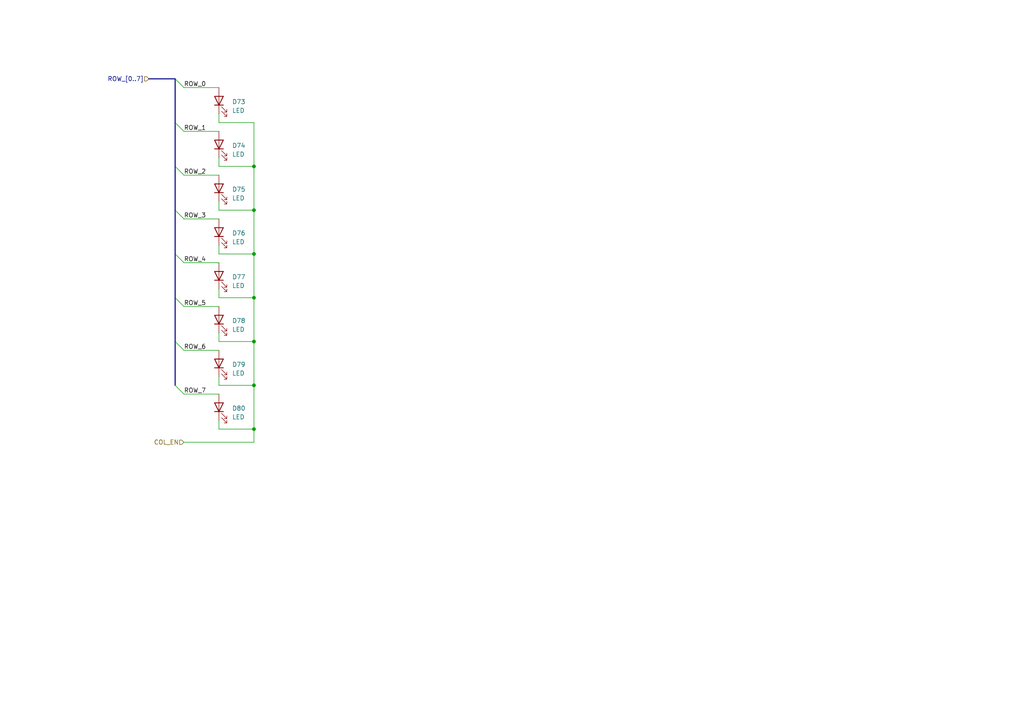
<source format=kicad_sch>
(kicad_sch (version 20231120) (generator "eeschema") (generator_version "8.0")
  (paper "A4")
  (lib_symbols
    (symbol "Device:LED" (pin_numbers hide) (pin_names (offset 1.016) hide)
      (property "Reference" "D" (at 0 2.54 0))
      (property "Value" "LED" (at 0 -2.54 0))
      (symbol "LED_0_1"
        (polyline (pts (xy -1.27 -1.27) (xy -1.27 1.27)) (stroke (width 0.254)))
        (polyline (pts (xy -1.27 0) (xy 1.27 0)))
        (polyline (pts (xy 1.27 -1.27) (xy 1.27 1.27) (xy -1.27 0) (xy 1.27 -1.27)) (stroke (width 0.254)))
        (polyline (pts (xy -3.048 -0.762) (xy -4.572 -2.286) (xy -3.81 -2.286) (xy -4.572 -2.286) (xy -4.572 -1.524)))
        (polyline (pts (xy -1.778 -0.762) (xy -3.302 -2.286) (xy -2.54 -2.286) (xy -3.302 -2.286) (xy -3.302 -1.524)))
      )
      (symbol "LED_1_1"
        (pin passive line (at -3.81 0 0) (length 2.54) (name "K") (number "1"))
        (pin passive line (at 3.81 0 180) (length 2.54) (name "A") (number "2"))
      )
    )
  )
  (junction (at 73.66 73.66))
  (junction (at 73.66 111.76))
  (junction (at 73.66 124.46))
  (junction (at 73.66 99.06))
  (junction (at 73.66 48.26))
  (junction (at 73.66 86.36))
  (junction (at 73.66 60.96))
  (bus_entry (at 50.8 99.06) (size 2.54 2.54))
  (bus_entry (at 50.8 60.96) (size 2.54 2.54))
  (bus_entry (at 50.8 35.56) (size 2.54 2.54))
  (bus_entry (at 50.8 22.86) (size 2.54 2.54))
  (bus_entry (at 50.8 73.66) (size 2.54 2.54))
  (bus_entry (at 50.8 111.76) (size 2.54 2.54))
  (bus_entry (at 50.8 48.26) (size 2.54 2.54))
  (bus_entry (at 50.8 86.36) (size 2.54 2.54))
  (wire (pts (xy 53.34 88.9) (xy 63.5 88.9)))
  (bus (pts (xy 50.8 86.36) (xy 50.8 73.66)))
  (wire (pts (xy 53.34 114.3) (xy 63.5 114.3)))
  (wire (pts (xy 63.5 73.66) (xy 73.66 73.66)))
  (bus (pts (xy 50.8 35.56) (xy 50.8 22.86)))
  (bus (pts (xy 50.8 111.76) (xy 50.8 99.06)))
  (wire (pts (xy 73.66 99.06) (xy 73.66 86.36)))
  (wire (pts (xy 73.66 111.76) (xy 73.66 99.06)))
  (wire (pts (xy 73.66 35.56) (xy 63.5 35.56)))
  (wire (pts (xy 63.5 111.76) (xy 73.66 111.76)))
  (wire (pts (xy 63.5 124.46) (xy 73.66 124.46)))
  (wire (pts (xy 63.5 35.56) (xy 63.5 33.02)))
  (bus (pts (xy 43.18 22.86) (xy 50.8 22.86)))
  (bus (pts (xy 50.8 99.06) (xy 50.8 86.36)))
  (wire (pts (xy 63.5 45.72) (xy 63.5 48.26)))
  (wire (pts (xy 63.5 96.52) (xy 63.5 99.06)))
  (wire (pts (xy 53.34 76.2) (xy 63.5 76.2)))
  (bus (pts (xy 50.8 73.66) (xy 50.8 60.96)))
  (wire (pts (xy 73.66 73.66) (xy 73.66 60.96)))
  (bus (pts (xy 50.8 60.96) (xy 50.8 48.26)))
  (wire (pts (xy 73.66 60.96) (xy 73.66 48.26)))
  (wire (pts (xy 63.5 71.12) (xy 63.5 73.66)))
  (wire (pts (xy 53.34 101.6) (xy 63.5 101.6)))
  (wire (pts (xy 63.5 86.36) (xy 73.66 86.36)))
  (wire (pts (xy 53.34 63.5) (xy 63.5 63.5)))
  (wire (pts (xy 63.5 83.82) (xy 63.5 86.36)))
  (wire (pts (xy 73.66 86.36) (xy 73.66 73.66)))
  (wire (pts (xy 73.66 35.56) (xy 73.66 48.26)))
  (wire (pts (xy 53.34 128.27) (xy 73.66 128.27)))
  (wire (pts (xy 53.34 25.4) (xy 63.5 25.4)))
  (wire (pts (xy 63.5 58.42) (xy 63.5 60.96)))
  (wire (pts (xy 63.5 99.06) (xy 73.66 99.06)))
  (wire (pts (xy 63.5 60.96) (xy 73.66 60.96)))
  (wire (pts (xy 63.5 48.26) (xy 73.66 48.26)))
  (wire (pts (xy 53.34 50.8) (xy 63.5 50.8)))
  (wire (pts (xy 63.5 109.22) (xy 63.5 111.76)))
  (wire (pts (xy 63.5 121.92) (xy 63.5 124.46)))
  (wire (pts (xy 73.66 128.27) (xy 73.66 124.46)))
  (bus (pts (xy 50.8 48.26) (xy 50.8 35.56)))
  (wire (pts (xy 53.34 38.1) (xy 63.5 38.1)))
  (wire (pts (xy 73.66 124.46) (xy 73.66 111.76)))
  (label "ROW_7" (at 53.34 114.3 0))
  (label "ROW_4" (at 53.34 76.2 0))
  (label "ROW_6" (at 53.34 101.6 0))
  (label "ROW_5" (at 53.34 88.9 0))
  (label "ROW_2" (at 53.34 50.8 0))
  (label "ROW_3" (at 53.34 63.5 0))
  (label "ROW_0" (at 53.34 25.4 0))
  (label "ROW_1" (at 53.34 38.1 0))
  (hierarchical_label "COL_EN" (shape input) (at 53.34 128.27 180))
  (hierarchical_label "ROW_[0..7]" (shape input) (at 43.18 22.86 180))
  (symbol (lib_id "Device:LED") (at 63.5 54.61 90) (unit 1)
    (property "Reference" "D3" (at 67.31 54.9274 90) (effects (justify right)))
    (property "Value" "LED" (at 67.31 57.4674 90) (effects (justify right)))
    (property "Footprint" "LED_SMD:LED_0603_1608Metric" (effects (hide yes)))
    (property "Description" "Light emitting diode" (effects (hide yes)))
    (instances (project "crw-053" (path "" (reference "D75") (unit 1)) (path "" (reference "D115") (unit 1)) (path "" (reference "D123") (unit 1)) (path "" (reference "D99") (unit 1)) (path "" (reference "D67") (unit 1)) (path "" (reference "D83") (unit 1)) (path "" (reference "D91") (unit 1)) (path "" (reference "D107") (unit 1)) (path "" (reference "D59") (unit 1)) (path "" (reference "D19") (unit 1)) (path "" (reference "D11") (unit 1)) (path "" (reference "D27") (unit 1)) (path "" (reference "D35") (unit 1)) (path "" (reference "D51") (unit 1)) (path "" (reference "D43") (unit 1)) (path "" (reference "D3") (unit 1))))
  )
  (symbol (lib_id "Device:LED") (at 63.5 118.11 90) (unit 1)
    (property "Reference" "D8" (at 67.31 118.4274 90) (effects (justify right)))
    (property "Value" "LED" (at 67.31 120.9674 90) (effects (justify right)))
    (property "Footprint" "LED_SMD:LED_0603_1608Metric" (effects (hide yes)))
    (property "Description" "Light emitting diode" (effects (hide yes)))
    (instances (project "crw-053" (path "" (reference "D80") (unit 1)) (path "" (reference "D120") (unit 1)) (path "" (reference "D128") (unit 1)) (path "" (reference "D104") (unit 1)) (path "" (reference "D72") (unit 1)) (path "" (reference "D88") (unit 1)) (path "" (reference "D96") (unit 1)) (path "" (reference "D112") (unit 1)) (path "" (reference "D64") (unit 1)) (path "" (reference "D24") (unit 1)) (path "" (reference "D16") (unit 1)) (path "" (reference "D32") (unit 1)) (path "" (reference "D40") (unit 1)) (path "" (reference "D56") (unit 1)) (path "" (reference "D48") (unit 1)) (path "" (reference "D8") (unit 1))))
  )
  (symbol (lib_id "Device:LED") (at 63.5 80.01 90) (unit 1)
    (property "Reference" "D5" (at 67.31 80.3274 90) (effects (justify right)))
    (property "Value" "LED" (at 67.31 82.8674 90) (effects (justify right)))
    (property "Footprint" "LED_SMD:LED_0603_1608Metric" (effects (hide yes)))
    (property "Description" "Light emitting diode" (effects (hide yes)))
    (instances (project "crw-053" (path "" (reference "D77") (unit 1)) (path "" (reference "D117") (unit 1)) (path "" (reference "D125") (unit 1)) (path "" (reference "D101") (unit 1)) (path "" (reference "D69") (unit 1)) (path "" (reference "D85") (unit 1)) (path "" (reference "D93") (unit 1)) (path "" (reference "D109") (unit 1)) (path "" (reference "D61") (unit 1)) (path "" (reference "D21") (unit 1)) (path "" (reference "D13") (unit 1)) (path "" (reference "D29") (unit 1)) (path "" (reference "D37") (unit 1)) (path "" (reference "D53") (unit 1)) (path "" (reference "D45") (unit 1)) (path "" (reference "D5") (unit 1))))
  )
  (symbol (lib_id "Device:LED") (at 63.5 67.31 90) (unit 1)
    (property "Reference" "D4" (at 67.31 67.6274 90) (effects (justify right)))
    (property "Value" "LED" (at 67.31 70.1674 90) (effects (justify right)))
    (property "Footprint" "LED_SMD:LED_0603_1608Metric" (effects (hide yes)))
    (property "Description" "Light emitting diode" (effects (hide yes)))
    (instances (project "crw-053" (path "" (reference "D76") (unit 1)) (path "" (reference "D116") (unit 1)) (path "" (reference "D124") (unit 1)) (path "" (reference "D100") (unit 1)) (path "" (reference "D68") (unit 1)) (path "" (reference "D84") (unit 1)) (path "" (reference "D92") (unit 1)) (path "" (reference "D108") (unit 1)) (path "" (reference "D60") (unit 1)) (path "" (reference "D20") (unit 1)) (path "" (reference "D12") (unit 1)) (path "" (reference "D28") (unit 1)) (path "" (reference "D36") (unit 1)) (path "" (reference "D52") (unit 1)) (path "" (reference "D44") (unit 1)) (path "" (reference "D4") (unit 1))))
  )
  (symbol (lib_id "Device:LED") (at 63.5 105.41 90) (unit 1)
    (property "Reference" "D7" (at 67.31 105.7274 90) (effects (justify right)))
    (property "Value" "LED" (at 67.31 108.2674 90) (effects (justify right)))
    (property "Footprint" "LED_SMD:LED_0603_1608Metric" (effects (hide yes)))
    (property "Description" "Light emitting diode" (effects (hide yes)))
    (instances (project "crw-053" (path "" (reference "D79") (unit 1)) (path "" (reference "D119") (unit 1)) (path "" (reference "D127") (unit 1)) (path "" (reference "D103") (unit 1)) (path "" (reference "D71") (unit 1)) (path "" (reference "D87") (unit 1)) (path "" (reference "D95") (unit 1)) (path "" (reference "D111") (unit 1)) (path "" (reference "D63") (unit 1)) (path "" (reference "D23") (unit 1)) (path "" (reference "D15") (unit 1)) (path "" (reference "D31") (unit 1)) (path "" (reference "D39") (unit 1)) (path "" (reference "D55") (unit 1)) (path "" (reference "D47") (unit 1)) (path "" (reference "D7") (unit 1))))
  )
  (symbol (lib_id "Device:LED") (at 63.5 92.71 90) (unit 1)
    (property "Reference" "D6" (at 67.31 93.0274 90) (effects (justify right)))
    (property "Value" "LED" (at 67.31 95.5674 90) (effects (justify right)))
    (property "Footprint" "LED_SMD:LED_0603_1608Metric" (effects (hide yes)))
    (property "Description" "Light emitting diode" (effects (hide yes)))
    (instances (project "crw-053" (path "" (reference "D78") (unit 1)) (path "" (reference "D118") (unit 1)) (path "" (reference "D126") (unit 1)) (path "" (reference "D102") (unit 1)) (path "" (reference "D70") (unit 1)) (path "" (reference "D86") (unit 1)) (path "" (reference "D94") (unit 1)) (path "" (reference "D110") (unit 1)) (path "" (reference "D62") (unit 1)) (path "" (reference "D22") (unit 1)) (path "" (reference "D14") (unit 1)) (path "" (reference "D30") (unit 1)) (path "" (reference "D38") (unit 1)) (path "" (reference "D54") (unit 1)) (path "" (reference "D46") (unit 1)) (path "" (reference "D6") (unit 1))))
  )
  (symbol (lib_id "Device:LED") (at 63.5 29.21 90) (unit 1)
    (property "Reference" "D1" (at 67.31 29.5274 90) (effects (justify right)))
    (property "Value" "LED" (at 67.31 32.0674 90) (effects (justify right)))
    (property "Footprint" "LED_SMD:LED_0603_1608Metric" (effects (hide yes)))
    (property "Description" "Light emitting diode" (effects (hide yes)))
    (instances (project "crw-053" (path "" (reference "D73") (unit 1)) (path "" (reference "D113") (unit 1)) (path "" (reference "D121") (unit 1)) (path "" (reference "D97") (unit 1)) (path "" (reference "D65") (unit 1)) (path "" (reference "D81") (unit 1)) (path "" (reference "D89") (unit 1)) (path "" (reference "D105") (unit 1)) (path "" (reference "D57") (unit 1)) (path "" (reference "D17") (unit 1)) (path "" (reference "D9") (unit 1)) (path "" (reference "D25") (unit 1)) (path "" (reference "D33") (unit 1)) (path "" (reference "D49") (unit 1)) (path "" (reference "D41") (unit 1)) (path "" (reference "D1") (unit 1))))
  )
  (symbol (lib_id "Device:LED") (at 63.5 41.91 90) (unit 1)
    (property "Reference" "D2" (at 67.31 42.2274 90) (effects (justify right)))
    (property "Value" "LED" (at 67.31 44.7674 90) (effects (justify right)))
    (property "Footprint" "LED_SMD:LED_0603_1608Metric" (effects (hide yes)))
    (property "Description" "Light emitting diode" (effects (hide yes)))
    (instances (project "crw-053" (path "" (reference "D74") (unit 1)) (path "" (reference "D114") (unit 1)) (path "" (reference "D122") (unit 1)) (path "" (reference "D98") (unit 1)) (path "" (reference "D66") (unit 1)) (path "" (reference "D82") (unit 1)) (path "" (reference "D90") (unit 1)) (path "" (reference "D106") (unit 1)) (path "" (reference "D58") (unit 1)) (path "" (reference "D18") (unit 1)) (path "" (reference "D10") (unit 1)) (path "" (reference "D26") (unit 1)) (path "" (reference "D34") (unit 1)) (path "" (reference "D50") (unit 1)) (path "" (reference "D42") (unit 1)) (path "" (reference "D2") (unit 1))))
  )
)
</source>
